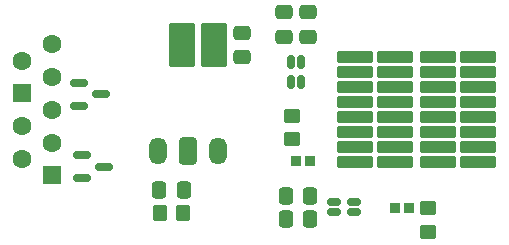
<source format=gbs>
G04 #@! TF.GenerationSoftware,KiCad,Pcbnew,8.0.9-8.0.9-0~ubuntu20.04.1*
G04 #@! TF.CreationDate,2025-08-07T15:34:15-05:00*
G04 #@! TF.ProjectId,PLATO_JUNCTION_BOARD,504c4154-4f5f-44a5-954e-4354494f4e5f,rev?*
G04 #@! TF.SameCoordinates,Original*
G04 #@! TF.FileFunction,Soldermask,Bot*
G04 #@! TF.FilePolarity,Negative*
%FSLAX46Y46*%
G04 Gerber Fmt 4.6, Leading zero omitted, Abs format (unit mm)*
G04 Created by KiCad (PCBNEW 8.0.9-8.0.9-0~ubuntu20.04.1) date 2025-08-07 15:34:15*
%MOMM*%
%LPD*%
G01*
G04 APERTURE LIST*
G04 Aperture macros list*
%AMRoundRect*
0 Rectangle with rounded corners*
0 $1 Rounding radius*
0 $2 $3 $4 $5 $6 $7 $8 $9 X,Y pos of 4 corners*
0 Add a 4 corners polygon primitive as box body*
4,1,4,$2,$3,$4,$5,$6,$7,$8,$9,$2,$3,0*
0 Add four circle primitives for the rounded corners*
1,1,$1+$1,$2,$3*
1,1,$1+$1,$4,$5*
1,1,$1+$1,$6,$7*
1,1,$1+$1,$8,$9*
0 Add four rect primitives between the rounded corners*
20,1,$1+$1,$2,$3,$4,$5,0*
20,1,$1+$1,$4,$5,$6,$7,0*
20,1,$1+$1,$6,$7,$8,$9,0*
20,1,$1+$1,$8,$9,$2,$3,0*%
G04 Aperture macros list end*
%ADD10RoundRect,0.250000X-0.550000X0.550000X-0.550000X-0.550000X0.550000X-0.550000X0.550000X0.550000X0*%
%ADD11C,1.600000*%
%ADD12RoundRect,0.102000X1.460000X-0.370000X1.460000X0.370000X-1.460000X0.370000X-1.460000X-0.370000X0*%
%ADD13RoundRect,0.250000X0.475000X-0.337500X0.475000X0.337500X-0.475000X0.337500X-0.475000X-0.337500X0*%
%ADD14RoundRect,0.250000X-0.337500X-0.475000X0.337500X-0.475000X0.337500X0.475000X-0.337500X0.475000X0*%
%ADD15RoundRect,0.250000X0.450000X-0.350000X0.450000X0.350000X-0.450000X0.350000X-0.450000X-0.350000X0*%
%ADD16RoundRect,0.250000X-0.475000X0.337500X-0.475000X-0.337500X0.475000X-0.337500X0.475000X0.337500X0*%
%ADD17R,0.850000X0.949992*%
%ADD18R,0.850000X0.949986*%
%ADD19RoundRect,0.150000X-0.587500X-0.150000X0.587500X-0.150000X0.587500X0.150000X-0.587500X0.150000X0*%
%ADD20RoundRect,0.250000X-0.450000X0.350000X-0.450000X-0.350000X0.450000X-0.350000X0.450000X0.350000X0*%
%ADD21O,1.500000X2.300000*%
%ADD22RoundRect,0.250000X0.500000X0.900000X-0.500000X0.900000X-0.500000X-0.900000X0.500000X-0.900000X0*%
%ADD23RoundRect,0.250000X-0.350000X-0.450000X0.350000X-0.450000X0.350000X0.450000X-0.350000X0.450000X0*%
%ADD24RoundRect,0.102000X1.025000X1.750000X-1.025000X1.750000X-1.025000X-1.750000X1.025000X-1.750000X0*%
%ADD25RoundRect,0.102000X-0.450000X-0.200000X0.450000X-0.200000X0.450000X0.200000X-0.450000X0.200000X0*%
%ADD26RoundRect,0.102000X-0.200000X0.450000X-0.200000X-0.450000X0.200000X-0.450000X0.200000X0.450000X0*%
%ADD27RoundRect,0.250000X0.337500X0.475000X-0.337500X0.475000X-0.337500X-0.475000X0.337500X-0.475000X0*%
G04 APERTURE END LIST*
D10*
X104110331Y-117040001D03*
D11*
X104110331Y-114270001D03*
X104110331Y-111500000D03*
X104110331Y-108730001D03*
X104110331Y-105960001D03*
X101570331Y-115655001D03*
X101570331Y-112885001D03*
D10*
X101570331Y-110115001D03*
D11*
X101570331Y-107345001D03*
D12*
X129785000Y-115890001D03*
X133215000Y-115890001D03*
X129785000Y-114620001D03*
X133215000Y-114620001D03*
X129785000Y-113350001D03*
X133215000Y-113350001D03*
X129785000Y-112080001D03*
X133215000Y-112080001D03*
X129785000Y-110810001D03*
X133215000Y-110810001D03*
X129785000Y-109540001D03*
X133215000Y-109540001D03*
X129785000Y-108270001D03*
X133215000Y-108270001D03*
X129785000Y-107000001D03*
X133215000Y-107000001D03*
D13*
X125820000Y-105320000D03*
X125820000Y-103245000D03*
D14*
X113212500Y-118250000D03*
X115287500Y-118250000D03*
D15*
X124500000Y-114000000D03*
X124500000Y-112000000D03*
D16*
X123819999Y-103245000D03*
X123819999Y-105320000D03*
D17*
X125975000Y-115874996D03*
D18*
X124825000Y-115874993D03*
D19*
X106662500Y-117250000D03*
X106662500Y-115350000D03*
X108537501Y-116300000D03*
D17*
X133225000Y-119775004D03*
D18*
X134375000Y-119775007D03*
D19*
X106412500Y-111150000D03*
X106412500Y-109250000D03*
X108287501Y-110200000D03*
D20*
X136000000Y-119850000D03*
X136000000Y-121850000D03*
D21*
X118197000Y-114957500D03*
D22*
X115657000Y-114957500D03*
D21*
X113117001Y-114957500D03*
D23*
X113250000Y-120250000D03*
X115250000Y-120250000D03*
D24*
X117875000Y-106000000D03*
X115125000Y-106000000D03*
D25*
X127987500Y-119320001D03*
X129687500Y-119320001D03*
X129687500Y-120120001D03*
X127987500Y-120120001D03*
D12*
X136820000Y-115890002D03*
X140250000Y-115890002D03*
X136820000Y-114620001D03*
X140250000Y-114620001D03*
X136819999Y-113350001D03*
X140250001Y-113350001D03*
X136820000Y-112080001D03*
X140250000Y-112080001D03*
X136820000Y-110810001D03*
X140250000Y-110810001D03*
X136819999Y-109540001D03*
X140250001Y-109540001D03*
X136820000Y-108270001D03*
X140250000Y-108270001D03*
X136820000Y-107000000D03*
X140250000Y-107000000D03*
D13*
X120250000Y-107037500D03*
X120250000Y-104962500D03*
D14*
X123925000Y-118779999D03*
X126000000Y-118779999D03*
D26*
X125219999Y-107482500D03*
X125219999Y-109182500D03*
X124419999Y-109182500D03*
X124419999Y-107482500D03*
D27*
X126000000Y-120750000D03*
X123925000Y-120750000D03*
M02*

</source>
